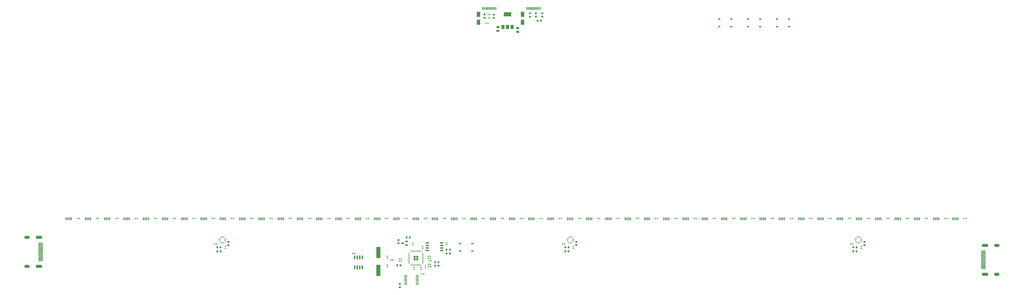
<source format=gbr>
%TF.GenerationSoftware,KiCad,Pcbnew,(6.0.5-0)*%
%TF.CreationDate,2022-06-15T01:26:12-05:00*%
%TF.ProjectId,skogaslider-main-pcb,736b6f67-6173-46c6-9964-65722d6d6169,rev?*%
%TF.SameCoordinates,Original*%
%TF.FileFunction,Paste,Top*%
%TF.FilePolarity,Positive*%
%FSLAX46Y46*%
G04 Gerber Fmt 4.6, Leading zero omitted, Abs format (unit mm)*
G04 Created by KiCad (PCBNEW (6.0.5-0)) date 2022-06-15 01:26:12*
%MOMM*%
%LPD*%
G01*
G04 APERTURE LIST*
G04 Aperture macros list*
%AMRoundRect*
0 Rectangle with rounded corners*
0 $1 Rounding radius*
0 $2 $3 $4 $5 $6 $7 $8 $9 X,Y pos of 4 corners*
0 Add a 4 corners polygon primitive as box body*
4,1,4,$2,$3,$4,$5,$6,$7,$8,$9,$2,$3,0*
0 Add four circle primitives for the rounded corners*
1,1,$1+$1,$2,$3*
1,1,$1+$1,$4,$5*
1,1,$1+$1,$6,$7*
1,1,$1+$1,$8,$9*
0 Add four rect primitives between the rounded corners*
20,1,$1+$1,$2,$3,$4,$5,0*
20,1,$1+$1,$4,$5,$6,$7,0*
20,1,$1+$1,$6,$7,$8,$9,0*
20,1,$1+$1,$8,$9,$2,$3,0*%
%AMFreePoly0*
4,1,14,0.354215,0.088284,0.450784,-0.008285,0.462500,-0.036569,0.462500,-0.060000,0.450784,-0.088284,0.422500,-0.100000,-0.422500,-0.100000,-0.450784,-0.088284,-0.462500,-0.060000,-0.462500,0.060000,-0.450784,0.088284,-0.422500,0.100000,0.325931,0.100000,0.354215,0.088284,0.354215,0.088284,$1*%
%AMFreePoly1*
4,1,14,0.450784,0.088284,0.462500,0.060000,0.462500,0.036569,0.450784,0.008285,0.354215,-0.088284,0.325931,-0.100000,-0.422500,-0.100000,-0.450784,-0.088284,-0.462500,-0.060000,-0.462500,0.060000,-0.450784,0.088284,-0.422500,0.100000,0.422500,0.100000,0.450784,0.088284,0.450784,0.088284,$1*%
%AMFreePoly2*
4,1,14,0.088284,0.450784,0.100000,0.422500,0.100000,-0.422500,0.088284,-0.450784,0.060000,-0.462500,-0.060000,-0.462500,-0.088284,-0.450784,-0.100000,-0.422500,-0.100000,0.325931,-0.088284,0.354215,0.008285,0.450784,0.036569,0.462500,0.060000,0.462500,0.088284,0.450784,0.088284,0.450784,$1*%
%AMFreePoly3*
4,1,14,-0.008285,0.450784,0.088284,0.354215,0.100000,0.325931,0.100000,-0.422500,0.088284,-0.450784,0.060000,-0.462500,-0.060000,-0.462500,-0.088284,-0.450784,-0.100000,-0.422500,-0.100000,0.422500,-0.088284,0.450784,-0.060000,0.462500,-0.036569,0.462500,-0.008285,0.450784,-0.008285,0.450784,$1*%
%AMFreePoly4*
4,1,14,0.450784,0.088284,0.462500,0.060000,0.462500,-0.060000,0.450784,-0.088284,0.422500,-0.100000,-0.325931,-0.100000,-0.354215,-0.088284,-0.450784,0.008285,-0.462500,0.036569,-0.462500,0.060000,-0.450784,0.088284,-0.422500,0.100000,0.422500,0.100000,0.450784,0.088284,0.450784,0.088284,$1*%
%AMFreePoly5*
4,1,14,0.450784,0.088284,0.462500,0.060000,0.462500,-0.060000,0.450784,-0.088284,0.422500,-0.100000,-0.422500,-0.100000,-0.450784,-0.088284,-0.462500,-0.060000,-0.462500,-0.036569,-0.450784,-0.008285,-0.354215,0.088284,-0.325931,0.100000,0.422500,0.100000,0.450784,0.088284,0.450784,0.088284,$1*%
%AMFreePoly6*
4,1,14,0.088284,0.450784,0.100000,0.422500,0.100000,-0.325931,0.088284,-0.354215,-0.008285,-0.450784,-0.036569,-0.462500,-0.060000,-0.462500,-0.088284,-0.450784,-0.100000,-0.422500,-0.100000,0.422500,-0.088284,0.450784,-0.060000,0.462500,0.060000,0.462500,0.088284,0.450784,0.088284,0.450784,$1*%
%AMFreePoly7*
4,1,14,0.088284,0.450784,0.100000,0.422500,0.100000,-0.422500,0.088284,-0.450784,0.060000,-0.462500,0.036569,-0.462500,0.008285,-0.450784,-0.088284,-0.354215,-0.100000,-0.325931,-0.100000,0.422500,-0.088284,0.450784,-0.060000,0.462500,0.060000,0.462500,0.088284,0.450784,0.088284,0.450784,$1*%
G04 Aperture macros list end*
%ADD10O,2.400000X0.300000*%
%ADD11O,3.300000X1.500000*%
%ADD12O,2.700000X1.500000*%
%ADD13R,0.500000X1.400000*%
%ADD14RoundRect,0.140000X-0.140000X-0.170000X0.140000X-0.170000X0.140000X0.170000X-0.140000X0.170000X0*%
%ADD15RoundRect,0.250000X0.475000X-0.250000X0.475000X0.250000X-0.475000X0.250000X-0.475000X-0.250000X0*%
%ADD16FreePoly0,90.000000*%
%ADD17RoundRect,0.050000X0.050000X-0.412500X0.050000X0.412500X-0.050000X0.412500X-0.050000X-0.412500X0*%
%ADD18FreePoly1,90.000000*%
%ADD19FreePoly2,90.000000*%
%ADD20RoundRect,0.050000X0.412500X-0.050000X0.412500X0.050000X-0.412500X0.050000X-0.412500X-0.050000X0*%
%ADD21FreePoly3,90.000000*%
%ADD22FreePoly4,90.000000*%
%ADD23FreePoly5,90.000000*%
%ADD24FreePoly6,90.000000*%
%ADD25FreePoly7,90.000000*%
%ADD26RoundRect,0.200000X0.200000X0.275000X-0.200000X0.275000X-0.200000X-0.275000X0.200000X-0.275000X0*%
%ADD27RoundRect,0.200000X-0.275000X0.200000X-0.275000X-0.200000X0.275000X-0.200000X0.275000X0.200000X0*%
%ADD28RoundRect,0.140000X-0.170000X0.140000X-0.170000X-0.140000X0.170000X-0.140000X0.170000X0.140000X0*%
%ADD29RoundRect,0.100000X-0.637500X-0.100000X0.637500X-0.100000X0.637500X0.100000X-0.637500X0.100000X0*%
%ADD30RoundRect,0.200000X-0.200000X-0.275000X0.200000X-0.275000X0.200000X0.275000X-0.200000X0.275000X0*%
%ADD31RoundRect,0.250000X-0.292217X0.292217X-0.292217X-0.292217X0.292217X-0.292217X0.292217X0.292217X0*%
%ADD32RoundRect,0.050000X-0.050000X0.387500X-0.050000X-0.387500X0.050000X-0.387500X0.050000X0.387500X0*%
%ADD33RoundRect,0.050000X-0.387500X0.050000X-0.387500X-0.050000X0.387500X-0.050000X0.387500X0.050000X0*%
%ADD34RoundRect,0.200000X0.275000X-0.200000X0.275000X0.200000X-0.275000X0.200000X-0.275000X-0.200000X0*%
%ADD35R,1.800000X2.500000*%
%ADD36RoundRect,0.150000X-0.650000X-0.150000X0.650000X-0.150000X0.650000X0.150000X-0.650000X0.150000X0*%
%ADD37R,2.100000X5.600000*%
%ADD38RoundRect,0.140000X0.140000X0.170000X-0.140000X0.170000X-0.140000X-0.170000X0.140000X-0.170000X0*%
%ADD39R,0.600000X1.450000*%
%ADD40R,0.300000X1.450000*%
%ADD41RoundRect,0.140000X0.170000X-0.140000X0.170000X0.140000X-0.170000X0.140000X-0.170000X-0.140000X0*%
%ADD42RoundRect,0.150000X0.587500X0.150000X-0.587500X0.150000X-0.587500X-0.150000X0.587500X-0.150000X0*%
%ADD43R,0.375000X0.500000*%
%ADD44R,0.300000X0.650000*%
%ADD45R,1.000000X0.750000*%
%ADD46RoundRect,0.135000X0.135000X0.185000X-0.135000X0.185000X-0.135000X-0.185000X0.135000X-0.185000X0*%
%ADD47RoundRect,0.150000X0.150000X-0.825000X0.150000X0.825000X-0.150000X0.825000X-0.150000X-0.825000X0*%
%ADD48R,1.500000X2.000000*%
%ADD49R,3.800000X2.000000*%
G04 APERTURE END LIST*
D10*
%TO.C,J5*%
X169446622Y-312931000D03*
X169446622Y-312431000D03*
X169446622Y-311931000D03*
X169446622Y-311431000D03*
X169446622Y-310930000D03*
X169446622Y-310430000D03*
X169446622Y-309930000D03*
X169446622Y-309430000D03*
X169446622Y-308930000D03*
X169446622Y-308430000D03*
X169446622Y-307930000D03*
X169446622Y-307430000D03*
X169446622Y-306930000D03*
X169446622Y-306430000D03*
X169446622Y-305930000D03*
X169446622Y-305429000D03*
X169446622Y-304929000D03*
X169446622Y-304429000D03*
X169446622Y-303929000D03*
D11*
X168614622Y-301180000D03*
D12*
X162654622Y-301180000D03*
X162654622Y-315680000D03*
D11*
X168614622Y-315680000D03*
%TD*%
D13*
%TO.C,D35*%
X493296353Y-291820000D03*
X492456353Y-291820000D03*
X491606353Y-291820000D03*
X494146353Y-291820000D03*
%TD*%
D14*
%TO.C,C25*%
X187876696Y-291620000D03*
X188836696Y-291620000D03*
%TD*%
D15*
%TO.C,C13*%
X408700000Y-197910000D03*
X408700000Y-196010000D03*
%TD*%
D16*
%TO.C,U2*%
X259797384Y-303837500D03*
D17*
X260197384Y-303837500D03*
X260597384Y-303837500D03*
X260997384Y-303837500D03*
D18*
X261397384Y-303837500D03*
D19*
X261984884Y-303250000D03*
D20*
X261984884Y-302850000D03*
X261984884Y-302450000D03*
X261984884Y-302050000D03*
D21*
X261984884Y-301650000D03*
D22*
X261397384Y-301062500D03*
D17*
X260997384Y-301062500D03*
X260597384Y-301062500D03*
X260197384Y-301062500D03*
D23*
X259797384Y-301062500D03*
D24*
X259209884Y-301650000D03*
D20*
X259209884Y-302050000D03*
X259209884Y-302450000D03*
X259209884Y-302850000D03*
D25*
X259209884Y-303250000D03*
%TD*%
D14*
%TO.C,C37*%
X303876688Y-291620000D03*
X304836688Y-291620000D03*
%TD*%
D26*
%TO.C,R11*%
X368962624Y-313680000D03*
X367312624Y-313680000D03*
%TD*%
D13*
%TO.C,D20*%
X348296363Y-291820000D03*
X347456363Y-291820000D03*
X346606363Y-291820000D03*
X349146363Y-291820000D03*
%TD*%
%TO.C,D12*%
X270963035Y-291820000D03*
X270123035Y-291820000D03*
X269273035Y-291820000D03*
X271813035Y-291820000D03*
%TD*%
D14*
%TO.C,C43*%
X361876684Y-291620000D03*
X362836684Y-291620000D03*
%TD*%
D27*
%TO.C,R24*%
X349547624Y-324515000D03*
X349547624Y-326165000D03*
%TD*%
D14*
%TO.C,C34*%
X274876690Y-291620000D03*
X275836690Y-291620000D03*
%TD*%
D28*
%TO.C,C7*%
X360267624Y-316225000D03*
X360267624Y-317185000D03*
%TD*%
D29*
%TO.C,U9*%
X352565124Y-320235000D03*
X352565124Y-320885000D03*
X352565124Y-321535000D03*
X352565124Y-322185000D03*
X352565124Y-322835000D03*
X352565124Y-323485000D03*
X352565124Y-324135000D03*
X352565124Y-324785000D03*
X358290124Y-324785000D03*
X358290124Y-324135000D03*
X358290124Y-323485000D03*
X358290124Y-322835000D03*
X358290124Y-322185000D03*
X358290124Y-321535000D03*
X358290124Y-320885000D03*
X358290124Y-320235000D03*
%TD*%
D14*
%TO.C,C52*%
X448876678Y-291620000D03*
X449836678Y-291620000D03*
%TD*%
D30*
%TO.C,R2*%
X258027384Y-306130000D03*
X259677384Y-306130000D03*
%TD*%
D31*
%TO.C,U5*%
X358285124Y-312197500D03*
X358285124Y-310922500D03*
X357010124Y-312197500D03*
X357010124Y-310922500D03*
D32*
X360247624Y-308122500D03*
X359847624Y-308122500D03*
X359447624Y-308122500D03*
X359047624Y-308122500D03*
X358647624Y-308122500D03*
X358247624Y-308122500D03*
X357847624Y-308122500D03*
X357447624Y-308122500D03*
X357047624Y-308122500D03*
X356647624Y-308122500D03*
X356247624Y-308122500D03*
X355847624Y-308122500D03*
X355447624Y-308122500D03*
X355047624Y-308122500D03*
D33*
X354210124Y-308960000D03*
X354210124Y-309360000D03*
X354210124Y-309760000D03*
X354210124Y-310160000D03*
X354210124Y-310560000D03*
X354210124Y-310960000D03*
X354210124Y-311360000D03*
X354210124Y-311760000D03*
X354210124Y-312160000D03*
X354210124Y-312560000D03*
X354210124Y-312960000D03*
X354210124Y-313360000D03*
X354210124Y-313760000D03*
X354210124Y-314160000D03*
D32*
X355047624Y-314997500D03*
X355447624Y-314997500D03*
X355847624Y-314997500D03*
X356247624Y-314997500D03*
X356647624Y-314997500D03*
X357047624Y-314997500D03*
X357447624Y-314997500D03*
X357847624Y-314997500D03*
X358247624Y-314997500D03*
X358647624Y-314997500D03*
X359047624Y-314997500D03*
X359447624Y-314997500D03*
X359847624Y-314997500D03*
X360247624Y-314997500D03*
D33*
X361085124Y-314160000D03*
X361085124Y-313760000D03*
X361085124Y-313360000D03*
X361085124Y-312960000D03*
X361085124Y-312560000D03*
X361085124Y-312160000D03*
X361085124Y-311760000D03*
X361085124Y-311360000D03*
X361085124Y-310960000D03*
X361085124Y-310560000D03*
X361085124Y-310160000D03*
X361085124Y-309760000D03*
X361085124Y-309360000D03*
X361085124Y-308960000D03*
%TD*%
D13*
%TO.C,D33*%
X473963021Y-291820000D03*
X473123021Y-291820000D03*
X472273021Y-291820000D03*
X474813021Y-291820000D03*
%TD*%
D34*
%TO.C,R9*%
X263597384Y-305065000D03*
X263597384Y-303415000D03*
%TD*%
D30*
%TO.C,R3*%
X432507624Y-308175000D03*
X434157624Y-308175000D03*
%TD*%
D14*
%TO.C,C65*%
X564876670Y-291620000D03*
X565836670Y-291620000D03*
%TD*%
D13*
%TO.C,D19*%
X338629697Y-291820000D03*
X337789697Y-291820000D03*
X336939697Y-291820000D03*
X339479697Y-291820000D03*
%TD*%
D34*
%TO.C,R10*%
X438077624Y-305062500D03*
X438077624Y-303412500D03*
%TD*%
D13*
%TO.C,D48*%
X618963011Y-291820000D03*
X618123011Y-291820000D03*
X617273011Y-291820000D03*
X619813011Y-291820000D03*
%TD*%
%TO.C,D9*%
X241963037Y-291820000D03*
X241123037Y-291820000D03*
X240273037Y-291820000D03*
X242813037Y-291820000D03*
%TD*%
D35*
%TO.C,D2*%
X411117624Y-193088802D03*
X411117624Y-189088802D03*
%TD*%
D36*
%TO.C,U7*%
X363407624Y-303920000D03*
X363407624Y-305190000D03*
X363407624Y-306460000D03*
X363407624Y-307730000D03*
X370607624Y-307730000D03*
X370607624Y-306460000D03*
X370607624Y-305190000D03*
X370607624Y-303920000D03*
%TD*%
D14*
%TO.C,C55*%
X477876676Y-291620000D03*
X478836676Y-291620000D03*
%TD*%
D13*
%TO.C,D28*%
X425629691Y-291820000D03*
X424789691Y-291820000D03*
X423939691Y-291820000D03*
X426479691Y-291820000D03*
%TD*%
%TO.C,D46*%
X599629679Y-291820000D03*
X598789679Y-291820000D03*
X597939679Y-291820000D03*
X600479679Y-291820000D03*
%TD*%
D30*
%TO.C,R19*%
X576972624Y-306130000D03*
X578622624Y-306130000D03*
%TD*%
D13*
%TO.C,D10*%
X251629703Y-291820000D03*
X250789703Y-291820000D03*
X249939703Y-291820000D03*
X252479703Y-291820000D03*
%TD*%
D16*
%TO.C,U3*%
X434277624Y-303835000D03*
D17*
X434677624Y-303835000D03*
X435077624Y-303835000D03*
X435477624Y-303835000D03*
D18*
X435877624Y-303835000D03*
D19*
X436465124Y-303247500D03*
D20*
X436465124Y-302847500D03*
X436465124Y-302447500D03*
X436465124Y-302047500D03*
D21*
X436465124Y-301647500D03*
D22*
X435877624Y-301060000D03*
D17*
X435477624Y-301060000D03*
X435077624Y-301060000D03*
X434677624Y-301060000D03*
D23*
X434277624Y-301060000D03*
D24*
X433690124Y-301647500D03*
D20*
X433690124Y-302047500D03*
X433690124Y-302447500D03*
X433690124Y-302847500D03*
D25*
X433690124Y-303247500D03*
%TD*%
D14*
%TO.C,C11*%
X256871635Y-304440000D03*
X257831635Y-304440000D03*
%TD*%
%TO.C,C33*%
X265210024Y-291620000D03*
X266170024Y-291620000D03*
%TD*%
%TO.C,C62*%
X535876672Y-291620000D03*
X536836672Y-291620000D03*
%TD*%
D13*
%TO.C,D25*%
X396629693Y-291820000D03*
X395789693Y-291820000D03*
X394939693Y-291820000D03*
X397479693Y-291820000D03*
%TD*%
D37*
%TO.C,Y1*%
X338817624Y-308740000D03*
X338817624Y-317740000D03*
%TD*%
D14*
%TO.C,C59*%
X506876674Y-291620000D03*
X507836674Y-291620000D03*
%TD*%
%TO.C,C72*%
X632543362Y-291620000D03*
X633503362Y-291620000D03*
%TD*%
D13*
%TO.C,D3*%
X183963041Y-291820000D03*
X183123041Y-291820000D03*
X182273041Y-291820000D03*
X184813041Y-291820000D03*
%TD*%
D14*
%TO.C,C29*%
X226543360Y-291620000D03*
X227503360Y-291620000D03*
%TD*%
%TO.C,C68*%
X593876668Y-291620000D03*
X594836668Y-291620000D03*
%TD*%
D13*
%TO.C,D18*%
X328963031Y-291820000D03*
X328123031Y-291820000D03*
X327273031Y-291820000D03*
X329813031Y-291820000D03*
%TD*%
%TO.C,D16*%
X309629699Y-291820000D03*
X308789699Y-291820000D03*
X307939699Y-291820000D03*
X310479699Y-291820000D03*
%TD*%
D14*
%TO.C,C5*%
X364350000Y-312930000D03*
X365310000Y-312930000D03*
%TD*%
D34*
%TO.C,R22*%
X582542624Y-305065000D03*
X582542624Y-303415000D03*
%TD*%
D14*
%TO.C,C12*%
X431340000Y-304437500D03*
X432300000Y-304437500D03*
%TD*%
D38*
%TO.C,C2*%
X350257624Y-313070000D03*
X349297624Y-313070000D03*
%TD*%
D16*
%TO.C,U8*%
X578742624Y-303837500D03*
D17*
X579142624Y-303837500D03*
X579542624Y-303837500D03*
X579942624Y-303837500D03*
D18*
X580342624Y-303837500D03*
D19*
X580930124Y-303250000D03*
D20*
X580930124Y-302850000D03*
X580930124Y-302450000D03*
X580930124Y-302050000D03*
D21*
X580930124Y-301650000D03*
D22*
X580342624Y-301062500D03*
D17*
X579942624Y-301062500D03*
X579542624Y-301062500D03*
X579142624Y-301062500D03*
D23*
X578742624Y-301062500D03*
D24*
X578155124Y-301650000D03*
D20*
X578155124Y-302050000D03*
X578155124Y-302450000D03*
X578155124Y-302850000D03*
D25*
X578155124Y-303250000D03*
%TD*%
D13*
%TO.C,D32*%
X464296355Y-291820000D03*
X463456355Y-291820000D03*
X462606355Y-291820000D03*
X465146355Y-291820000D03*
%TD*%
D28*
%TO.C,C8*%
X356647624Y-316237781D03*
X356647624Y-317197781D03*
%TD*%
D14*
%TO.C,C42*%
X352210018Y-291620000D03*
X353170018Y-291620000D03*
%TD*%
D13*
%TO.C,D45*%
X589963013Y-291820000D03*
X589123013Y-291820000D03*
X588273013Y-291820000D03*
X590813013Y-291820000D03*
%TD*%
D39*
%TO.C,J1*%
X419807624Y-186163802D03*
X419007624Y-186163802D03*
D40*
X417807624Y-186163802D03*
X416807624Y-186163802D03*
X416307624Y-186163802D03*
X415307624Y-186163802D03*
D39*
X414107624Y-186163802D03*
X413307624Y-186163802D03*
X413307624Y-186163802D03*
X414107624Y-186163802D03*
D40*
X414807624Y-186163802D03*
X415807624Y-186163802D03*
X417307624Y-186163802D03*
X418307624Y-186163802D03*
D39*
X419007624Y-186163802D03*
X419807624Y-186163802D03*
%TD*%
D13*
%TO.C,D17*%
X319296365Y-291820000D03*
X318456365Y-291820000D03*
X317606365Y-291820000D03*
X320146365Y-291820000D03*
%TD*%
D14*
%TO.C,C54*%
X468210010Y-291620000D03*
X469170010Y-291620000D03*
%TD*%
%TO.C,C70*%
X613210000Y-291620000D03*
X614170000Y-291620000D03*
%TD*%
D35*
%TO.C,D1*%
X388997624Y-193088802D03*
X388997624Y-189088802D03*
%TD*%
D28*
%TO.C,C6*%
X362397624Y-315540000D03*
X362397624Y-316500000D03*
%TD*%
%TO.C,C20*%
X373117624Y-303910000D03*
X373117624Y-304870000D03*
%TD*%
D14*
%TO.C,C71*%
X622890000Y-291620000D03*
X623850000Y-291620000D03*
%TD*%
%TO.C,C30*%
X236210026Y-291620000D03*
X237170026Y-291620000D03*
%TD*%
%TO.C,C36*%
X294210022Y-291620000D03*
X295170022Y-291620000D03*
%TD*%
D13*
%TO.C,D34*%
X483629687Y-291820000D03*
X482789687Y-291820000D03*
X481939687Y-291820000D03*
X484479687Y-291820000D03*
%TD*%
%TO.C,D26*%
X406296359Y-291820000D03*
X405456359Y-291820000D03*
X404606359Y-291820000D03*
X407146359Y-291820000D03*
%TD*%
D41*
%TO.C,C18*%
X262127384Y-306600000D03*
X262127384Y-305640000D03*
%TD*%
D14*
%TO.C,C40*%
X332876686Y-291620000D03*
X333836686Y-291620000D03*
%TD*%
D13*
%TO.C,D8*%
X232296371Y-291820000D03*
X231456371Y-291820000D03*
X230606371Y-291820000D03*
X233146371Y-291820000D03*
%TD*%
D14*
%TO.C,C39*%
X323210020Y-291620000D03*
X324170020Y-291620000D03*
%TD*%
D13*
%TO.C,D30*%
X444963023Y-291820000D03*
X444123023Y-291820000D03*
X443273023Y-291820000D03*
X445813023Y-291820000D03*
%TD*%
%TO.C,D23*%
X377296361Y-291820000D03*
X376456361Y-291820000D03*
X375606361Y-291820000D03*
X378146361Y-291820000D03*
%TD*%
D26*
%TO.C,R17*%
X374712624Y-307340000D03*
X373062624Y-307340000D03*
%TD*%
D42*
%TO.C,Q1*%
X352917624Y-305070000D03*
X352917624Y-303170000D03*
X351042624Y-304120000D03*
%TD*%
D43*
%TO.C,U4*%
X394935124Y-189218802D03*
D44*
X394397624Y-189143802D03*
D43*
X393860124Y-189218802D03*
X393860124Y-190918802D03*
D44*
X394397624Y-190993802D03*
D43*
X394935124Y-190918802D03*
%TD*%
D41*
%TO.C,C23*%
X343307624Y-311540000D03*
X343307624Y-310580000D03*
%TD*%
D45*
%TO.C,SW1*%
X379857624Y-307990000D03*
X385857624Y-307990000D03*
X379857624Y-304240000D03*
X385857624Y-304240000D03*
%TD*%
D13*
%TO.C,D31*%
X454629689Y-291820000D03*
X453789689Y-291820000D03*
X452939689Y-291820000D03*
X455479689Y-291820000D03*
%TD*%
D14*
%TO.C,C38*%
X313543354Y-291620000D03*
X314503354Y-291620000D03*
%TD*%
%TO.C,C21*%
X575770000Y-304440000D03*
X576730000Y-304440000D03*
%TD*%
%TO.C,C15*%
X363937624Y-314660000D03*
X364897624Y-314660000D03*
%TD*%
%TO.C,C69*%
X603543334Y-291620000D03*
X604503334Y-291620000D03*
%TD*%
D13*
%TO.C,D44*%
X580296347Y-291820000D03*
X579456347Y-291820000D03*
X578606347Y-291820000D03*
X581146347Y-291820000D03*
%TD*%
D14*
%TO.C,C56*%
X487543342Y-291620000D03*
X488503342Y-291620000D03*
%TD*%
%TO.C,C51*%
X439210012Y-291620000D03*
X440170012Y-291620000D03*
%TD*%
D13*
%TO.C,D11*%
X261296369Y-291820000D03*
X260456369Y-291820000D03*
X259606369Y-291820000D03*
X262146369Y-291820000D03*
%TD*%
D14*
%TO.C,C63*%
X545543338Y-291620000D03*
X546503338Y-291620000D03*
%TD*%
%TO.C,C41*%
X342543352Y-291620000D03*
X343503352Y-291620000D03*
%TD*%
D13*
%TO.C,D41*%
X551296349Y-291820000D03*
X550456349Y-291820000D03*
X549606349Y-291820000D03*
X552146349Y-291820000D03*
%TD*%
D10*
%TO.C,J6*%
X642193399Y-307909000D03*
X642193399Y-308409000D03*
X642193399Y-308909000D03*
X642193399Y-309409000D03*
X642193399Y-309910000D03*
X642193399Y-310410000D03*
X642193399Y-310910000D03*
X642193399Y-311410000D03*
X642193399Y-311910000D03*
X642193399Y-312410000D03*
X642193399Y-312910000D03*
X642193399Y-313410000D03*
X642193399Y-313910000D03*
X642193399Y-314410000D03*
X642193399Y-314910000D03*
X642193399Y-315411000D03*
X642193399Y-315911000D03*
X642193399Y-316411000D03*
X642193399Y-316911000D03*
D11*
X643025399Y-319660000D03*
X643025399Y-305160000D03*
D12*
X648985399Y-319660000D03*
X648985399Y-305160000D03*
%TD*%
D14*
%TO.C,C48*%
X410210014Y-291620000D03*
X411170014Y-291620000D03*
%TD*%
D27*
%TO.C,R5*%
X396697624Y-189253802D03*
X396697624Y-190903802D03*
%TD*%
D13*
%TO.C,D5*%
X203296373Y-291820000D03*
X202456373Y-291820000D03*
X201606373Y-291820000D03*
X204146373Y-291820000D03*
%TD*%
%TO.C,D13*%
X280629701Y-291820000D03*
X279789701Y-291820000D03*
X278939701Y-291820000D03*
X281479701Y-291820000D03*
%TD*%
D30*
%TO.C,R4*%
X432507624Y-306127500D03*
X434157624Y-306127500D03*
%TD*%
D13*
%TO.C,D14*%
X290296367Y-291820000D03*
X289456367Y-291820000D03*
X288606367Y-291820000D03*
X291146367Y-291820000D03*
%TD*%
D26*
%TO.C,R13*%
X368952624Y-315370000D03*
X367302624Y-315370000D03*
%TD*%
D14*
%TO.C,C26*%
X197543362Y-291620000D03*
X198503362Y-291620000D03*
%TD*%
D15*
%TO.C,C14*%
X398790000Y-197460000D03*
X398790000Y-195560000D03*
%TD*%
D14*
%TO.C,C49*%
X419876680Y-291620000D03*
X420836680Y-291620000D03*
%TD*%
D45*
%TO.C,SW4*%
X538687500Y-191515000D03*
X544687500Y-191515000D03*
X544687500Y-195265000D03*
X538687500Y-195265000D03*
%TD*%
D13*
%TO.C,D37*%
X512629685Y-291820000D03*
X511789685Y-291820000D03*
X510939685Y-291820000D03*
X513479685Y-291820000D03*
%TD*%
D38*
%TO.C,C3*%
X326950000Y-309180000D03*
X325990000Y-309180000D03*
%TD*%
D13*
%TO.C,D22*%
X367629695Y-291820000D03*
X366789695Y-291820000D03*
X365939695Y-291820000D03*
X368479695Y-291820000D03*
%TD*%
D45*
%TO.C,SW3*%
X524207500Y-191515000D03*
X530207500Y-191515000D03*
X530207500Y-195265000D03*
X524207500Y-195265000D03*
%TD*%
D13*
%TO.C,D6*%
X212963039Y-291820000D03*
X212123039Y-291820000D03*
X211273039Y-291820000D03*
X213813039Y-291820000D03*
%TD*%
D28*
%TO.C,C24*%
X343287624Y-315027262D03*
X343287624Y-315987262D03*
%TD*%
D13*
%TO.C,D40*%
X541629683Y-291820000D03*
X540789683Y-291820000D03*
X539939683Y-291820000D03*
X542479683Y-291820000D03*
%TD*%
D14*
%TO.C,C31*%
X245876692Y-291620000D03*
X246836692Y-291620000D03*
%TD*%
D39*
%TO.C,J2*%
X397637624Y-186163802D03*
X396837624Y-186163802D03*
D40*
X395637624Y-186163802D03*
X394637624Y-186163802D03*
X394137624Y-186163802D03*
X393137624Y-186163802D03*
D39*
X391937624Y-186163802D03*
X391137624Y-186163802D03*
X391137624Y-186163802D03*
X391937624Y-186163802D03*
D40*
X392637624Y-186163802D03*
X393637624Y-186163802D03*
X395137624Y-186163802D03*
X396137624Y-186163802D03*
D39*
X396837624Y-186163802D03*
X397637624Y-186163802D03*
%TD*%
D14*
%TO.C,C17*%
X392767624Y-193568802D03*
X393727624Y-193568802D03*
%TD*%
D13*
%TO.C,D15*%
X299963033Y-291820000D03*
X299123033Y-291820000D03*
X298273033Y-291820000D03*
X300813033Y-291820000D03*
%TD*%
D27*
%TO.C,R7*%
X417807624Y-188573802D03*
X417807624Y-190223802D03*
%TD*%
D38*
%TO.C,C57*%
X361567624Y-319500000D03*
X360607624Y-319500000D03*
%TD*%
D14*
%TO.C,C60*%
X516543340Y-291620000D03*
X517503340Y-291620000D03*
%TD*%
D41*
%TO.C,C22*%
X581072624Y-306600000D03*
X581072624Y-305640000D03*
%TD*%
D14*
%TO.C,C47*%
X400543348Y-291620000D03*
X401503348Y-291620000D03*
%TD*%
D13*
%TO.C,D7*%
X222629705Y-291820000D03*
X221789705Y-291820000D03*
X220939705Y-291820000D03*
X223479705Y-291820000D03*
%TD*%
%TO.C,D36*%
X502963019Y-291820000D03*
X502123019Y-291820000D03*
X501273019Y-291820000D03*
X503813019Y-291820000D03*
%TD*%
D30*
%TO.C,R1*%
X258027384Y-308180000D03*
X259677384Y-308180000D03*
%TD*%
D46*
%TO.C,R23*%
X346097624Y-312480000D03*
X345077624Y-312480000D03*
%TD*%
D13*
%TO.C,D21*%
X357963029Y-291820000D03*
X357123029Y-291820000D03*
X356273029Y-291820000D03*
X358813029Y-291820000D03*
%TD*%
D41*
%TO.C,C10*%
X361037624Y-306650000D03*
X361037624Y-305690000D03*
%TD*%
D30*
%TO.C,R18*%
X576972624Y-308177500D03*
X578622624Y-308177500D03*
%TD*%
D14*
%TO.C,C45*%
X381210016Y-291620000D03*
X382170016Y-291620000D03*
%TD*%
D13*
%TO.C,D47*%
X609296345Y-291820000D03*
X608456345Y-291820000D03*
X607606345Y-291820000D03*
X610146345Y-291820000D03*
%TD*%
D14*
%TO.C,C58*%
X497210008Y-291620000D03*
X498170008Y-291620000D03*
%TD*%
D13*
%TO.C,D42*%
X560963015Y-291820000D03*
X560123015Y-291820000D03*
X559273015Y-291820000D03*
X561813015Y-291820000D03*
%TD*%
D14*
%TO.C,C28*%
X216876694Y-291620000D03*
X217836694Y-291620000D03*
%TD*%
D27*
%TO.C,R12*%
X421037624Y-188573802D03*
X421037624Y-190223802D03*
%TD*%
D47*
%TO.C,U6*%
X326952624Y-316195000D03*
X328222624Y-316195000D03*
X329492624Y-316195000D03*
X330762624Y-316195000D03*
X330762624Y-311245000D03*
X329492624Y-311245000D03*
X328222624Y-311245000D03*
X326952624Y-311245000D03*
%TD*%
D13*
%TO.C,D43*%
X570629681Y-291820000D03*
X569789681Y-291820000D03*
X568939681Y-291820000D03*
X571479681Y-291820000D03*
%TD*%
D14*
%TO.C,C46*%
X390876682Y-291620000D03*
X391836682Y-291620000D03*
%TD*%
D30*
%TO.C,R20*%
X373062624Y-309300000D03*
X374712624Y-309300000D03*
%TD*%
D14*
%TO.C,C53*%
X458543344Y-291620000D03*
X459503344Y-291620000D03*
%TD*%
%TO.C,C16*%
X363940000Y-315890000D03*
X364900000Y-315890000D03*
%TD*%
D48*
%TO.C,U1*%
X401300000Y-195440000D03*
X403600000Y-195440000D03*
D49*
X403600000Y-189140000D03*
D48*
X405900000Y-195440000D03*
%TD*%
D30*
%TO.C,R21*%
X348272624Y-315180000D03*
X349922624Y-315180000D03*
%TD*%
D13*
%TO.C,D39*%
X531963017Y-291820000D03*
X531123017Y-291820000D03*
X530273017Y-291820000D03*
X532813017Y-291820000D03*
%TD*%
D14*
%TO.C,C27*%
X207210028Y-291620000D03*
X208170028Y-291620000D03*
%TD*%
D45*
%TO.C,SW2*%
X515727500Y-191515000D03*
X509727500Y-191515000D03*
X515727500Y-195265000D03*
X509727500Y-195265000D03*
%TD*%
D14*
%TO.C,C44*%
X371543350Y-291620000D03*
X372503350Y-291620000D03*
%TD*%
%TO.C,C61*%
X526210006Y-291620000D03*
X527170006Y-291620000D03*
%TD*%
D34*
%TO.C,R16*%
X348930124Y-304125000D03*
X348930124Y-302475000D03*
%TD*%
D14*
%TO.C,C66*%
X574543336Y-291620000D03*
X575503336Y-291620000D03*
%TD*%
%TO.C,C67*%
X584210002Y-291620000D03*
X585170002Y-291620000D03*
%TD*%
%TO.C,C4*%
X363907624Y-311796666D03*
X364867624Y-311796666D03*
%TD*%
D41*
%TO.C,C73*%
X356150000Y-305180000D03*
X356150000Y-304220000D03*
%TD*%
D14*
%TO.C,C32*%
X255543358Y-291620000D03*
X256503358Y-291620000D03*
%TD*%
D13*
%TO.C,D24*%
X386963027Y-291820000D03*
X386123027Y-291820000D03*
X385273027Y-291820000D03*
X387813027Y-291820000D03*
%TD*%
%TO.C,D4*%
X193629707Y-291820000D03*
X192789707Y-291820000D03*
X191939707Y-291820000D03*
X194479707Y-291820000D03*
%TD*%
D14*
%TO.C,C1*%
X363887624Y-310730000D03*
X364847624Y-310730000D03*
%TD*%
%TO.C,C64*%
X555210004Y-291620000D03*
X556170004Y-291620000D03*
%TD*%
D13*
%TO.C,D49*%
X628629707Y-291820000D03*
X627789707Y-291820000D03*
X626939707Y-291820000D03*
X629479707Y-291820000D03*
%TD*%
D38*
%TO.C,C9*%
X350267624Y-311960000D03*
X349307624Y-311960000D03*
%TD*%
D41*
%TO.C,C19*%
X436607624Y-306597500D03*
X436607624Y-305637500D03*
%TD*%
D13*
%TO.C,D27*%
X415963025Y-291820000D03*
X415123025Y-291820000D03*
X414273025Y-291820000D03*
X416813025Y-291820000D03*
%TD*%
D14*
%TO.C,C35*%
X284543356Y-291620000D03*
X285503356Y-291620000D03*
%TD*%
D13*
%TO.C,D38*%
X522296351Y-291820000D03*
X521456351Y-291820000D03*
X520606351Y-291820000D03*
X523146351Y-291820000D03*
%TD*%
%TO.C,D29*%
X435296357Y-291820000D03*
X434456357Y-291820000D03*
X433606357Y-291820000D03*
X436146357Y-291820000D03*
%TD*%
D30*
%TO.C,R15*%
X352915124Y-301120000D03*
X354565124Y-301120000D03*
%TD*%
D26*
%TO.C,R14*%
X420342624Y-192328802D03*
X418692624Y-192328802D03*
%TD*%
D27*
%TO.C,R6*%
X392097624Y-189233802D03*
X392097624Y-190883802D03*
%TD*%
D14*
%TO.C,C50*%
X429543346Y-291620000D03*
X430503346Y-291620000D03*
%TD*%
D27*
%TO.C,R8*%
X414807624Y-188623802D03*
X414807624Y-190273802D03*
%TD*%
M02*

</source>
